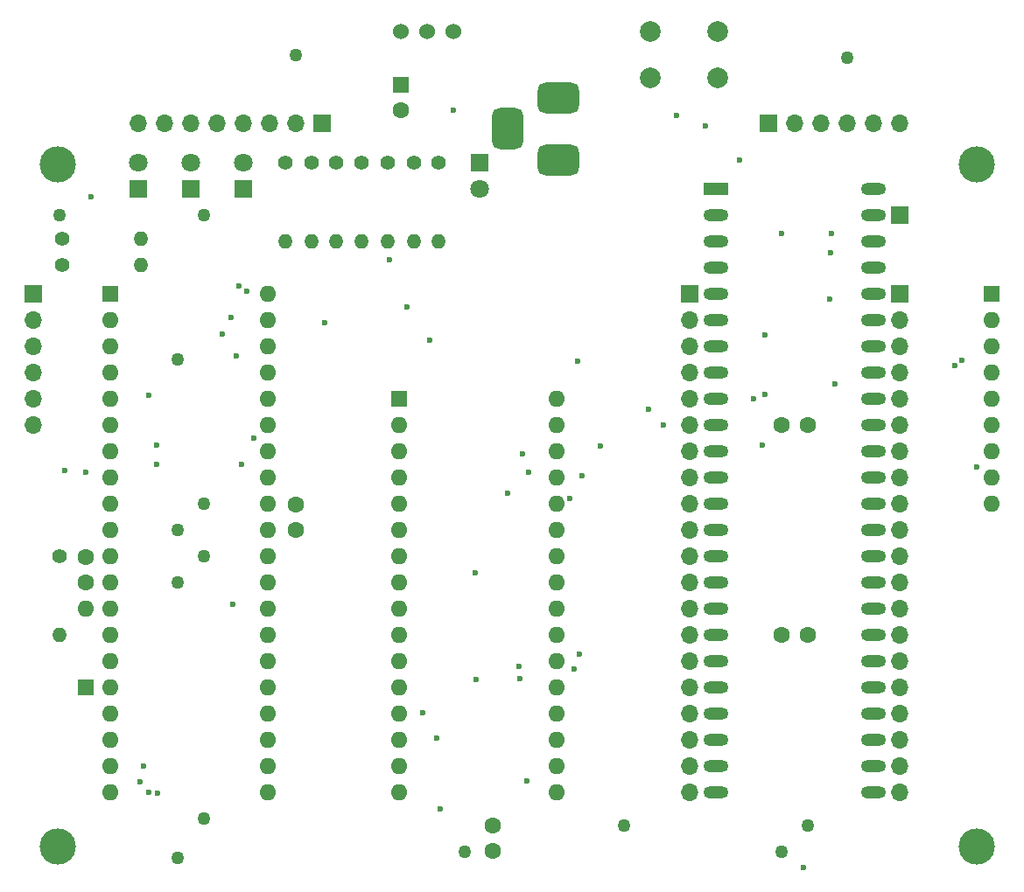
<source format=gbs>
G04 #@! TF.GenerationSoftware,KiCad,Pcbnew,(7.0.0)*
G04 #@! TF.CreationDate,2023-05-15T23:49:38+09:00*
G04 #@! TF.ProjectId,EMUPU_RAM40,454d5550-555f-4524-914d-34302e6b6963,003 (DIRECT)*
G04 #@! TF.SameCoordinates,PX55d4a80PY9043270*
G04 #@! TF.FileFunction,Soldermask,Bot*
G04 #@! TF.FilePolarity,Negative*
%FSLAX46Y46*%
G04 Gerber Fmt 4.6, Leading zero omitted, Abs format (unit mm)*
G04 Created by KiCad (PCBNEW (7.0.0)) date 2023-05-15 23:49:38*
%MOMM*%
%LPD*%
G01*
G04 APERTURE LIST*
G04 Aperture macros list*
%AMRoundRect*
0 Rectangle with rounded corners*
0 $1 Rounding radius*
0 $2 $3 $4 $5 $6 $7 $8 $9 X,Y pos of 4 corners*
0 Add a 4 corners polygon primitive as box body*
4,1,4,$2,$3,$4,$5,$6,$7,$8,$9,$2,$3,0*
0 Add four circle primitives for the rounded corners*
1,1,$1+$1,$2,$3*
1,1,$1+$1,$4,$5*
1,1,$1+$1,$6,$7*
1,1,$1+$1,$8,$9*
0 Add four rect primitives between the rounded corners*
20,1,$1+$1,$2,$3,$4,$5,0*
20,1,$1+$1,$4,$5,$6,$7,0*
20,1,$1+$1,$6,$7,$8,$9,0*
20,1,$1+$1,$8,$9,$2,$3,0*%
G04 Aperture macros list end*
%ADD10R,1.600000X1.600000*%
%ADD11O,1.600000X1.600000*%
%ADD12R,2.400000X1.200000*%
%ADD13O,2.400000X1.200000*%
%ADD14C,1.400000*%
%ADD15O,1.400000X1.400000*%
%ADD16R,1.700000X1.700000*%
%ADD17O,1.700000X1.700000*%
%ADD18RoundRect,0.750000X-1.250000X0.750000X-1.250000X-0.750000X1.250000X-0.750000X1.250000X0.750000X0*%
%ADD19RoundRect,0.750000X-0.750000X1.250000X-0.750000X-1.250000X0.750000X-1.250000X0.750000X1.250000X0*%
%ADD20C,3.500000*%
%ADD21C,1.524000*%
%ADD22R,1.800000X1.800000*%
%ADD23C,1.800000*%
%ADD24C,2.000000*%
%ADD25C,1.600000*%
%ADD26C,0.600000*%
%ADD27C,1.270000*%
G04 APERTURE END LIST*
D10*
X10159999Y57289999D03*
D11*
X10159999Y54749999D03*
X10159999Y52209999D03*
X10159999Y49669999D03*
X10159999Y47129999D03*
X10159999Y44589999D03*
X10159999Y42049999D03*
X10159999Y39509999D03*
X10159999Y36969999D03*
X10159999Y34429999D03*
X10159999Y31889999D03*
X10159999Y29349999D03*
X10159999Y26809999D03*
X10159999Y24269999D03*
X10159999Y21729999D03*
X10159999Y19189999D03*
X10159999Y16649999D03*
X10159999Y14109999D03*
X10159999Y11569999D03*
X10159999Y9029999D03*
X25399999Y9029999D03*
X25399999Y11569999D03*
X25399999Y14109999D03*
X25399999Y16649999D03*
X25399999Y19189999D03*
X25399999Y21729999D03*
X25399999Y24269999D03*
X25399999Y26809999D03*
X25399999Y29349999D03*
X25399999Y31889999D03*
X25399999Y34429999D03*
X25399999Y36969999D03*
X25399999Y39509999D03*
X25399999Y42049999D03*
X25399999Y44589999D03*
X25399999Y47129999D03*
X25399999Y49669999D03*
X25399999Y52209999D03*
X25399999Y54749999D03*
X25399999Y57289999D03*
D12*
X68749999Y67449999D03*
D13*
X68749999Y64909999D03*
X68749999Y62369999D03*
X68749999Y59829999D03*
X68749999Y57289999D03*
X68749999Y54749999D03*
X68749999Y52209999D03*
X68749999Y49669999D03*
X68749999Y47129999D03*
X68749999Y44589999D03*
X68749999Y42049999D03*
X68749999Y39509999D03*
X68749999Y36969999D03*
X68749999Y34429999D03*
X68749999Y31889999D03*
X68749999Y29349999D03*
X68749999Y26809999D03*
X68749999Y24269999D03*
X68749999Y21729999D03*
X68749999Y19189999D03*
X68749999Y16649999D03*
X68749999Y14109999D03*
X68749999Y11569999D03*
X68749999Y9029999D03*
X83989999Y9029999D03*
X83989999Y11569999D03*
X83989999Y14109999D03*
X83989999Y16649999D03*
X83989999Y19189999D03*
X83989999Y21729999D03*
X83989999Y24269999D03*
X83989999Y26809999D03*
X83989999Y29349999D03*
X83989999Y31889999D03*
X83989999Y34429999D03*
X83989999Y36969999D03*
X83989999Y39509999D03*
X83989999Y42049999D03*
X83989999Y44589999D03*
X83989999Y47129999D03*
X83989999Y49669999D03*
X83989999Y52209999D03*
X83989999Y54749999D03*
X83989999Y57289999D03*
X83989999Y59829999D03*
X83989999Y62369999D03*
X83989999Y64909999D03*
X83989999Y67449999D03*
D14*
X34460000Y69990000D03*
D15*
X34459999Y62369999D03*
D14*
X32047000Y69990000D03*
D15*
X32046999Y62369999D03*
D16*
X2709999Y57289999D03*
D17*
X2709999Y54749999D03*
X2709999Y52209999D03*
X2709999Y49669999D03*
X2709999Y47129999D03*
X2709999Y44589999D03*
D14*
X5504000Y60084000D03*
D15*
X13123999Y60083999D03*
D18*
X53510000Y70292000D03*
X53510000Y76292000D03*
D19*
X48610000Y73292000D03*
D16*
X86529999Y57289999D03*
D17*
X86529999Y54749999D03*
X86529999Y52209999D03*
X86529999Y49669999D03*
X86529999Y47129999D03*
X86529999Y44589999D03*
X86529999Y42049999D03*
X86529999Y39509999D03*
X86529999Y36969999D03*
X86529999Y34429999D03*
X86529999Y31889999D03*
X86529999Y29349999D03*
X86529999Y26809999D03*
X86529999Y24269999D03*
X86529999Y21729999D03*
X86529999Y19189999D03*
X86529999Y16649999D03*
X86529999Y14109999D03*
X86529999Y11569999D03*
X86529999Y9029999D03*
D14*
X27094000Y69990000D03*
D15*
X27093999Y62369999D03*
D20*
X93980000Y69850000D03*
D14*
X37000000Y69990000D03*
D15*
X36999999Y62369999D03*
D21*
X38270000Y82690000D03*
X40810000Y82690000D03*
X43350000Y82690000D03*
D14*
X41953000Y69990000D03*
D15*
X41952999Y62369999D03*
D16*
X86529999Y64909999D03*
D22*
X23029999Y67449999D03*
D23*
X23030000Y69990000D03*
D14*
X39540000Y69990000D03*
D15*
X39539999Y62369999D03*
D14*
X29634000Y69990000D03*
D15*
X29633999Y62369999D03*
D20*
X5080000Y3835400D03*
D16*
X66209999Y57289999D03*
D17*
X66209999Y54749999D03*
X66209999Y52209999D03*
X66209999Y49669999D03*
X66209999Y47129999D03*
X66209999Y44589999D03*
X66209999Y42049999D03*
X66209999Y39509999D03*
X66209999Y36969999D03*
X66209999Y34429999D03*
X66209999Y31889999D03*
X66209999Y29349999D03*
X66209999Y26809999D03*
X66209999Y24269999D03*
X66209999Y21729999D03*
X66209999Y19189999D03*
X66209999Y16649999D03*
X66209999Y14109999D03*
X66209999Y11569999D03*
X66209999Y9029999D03*
D10*
X7789999Y19189999D03*
D11*
X7789999Y26809999D03*
D24*
X62400000Y82690000D03*
X68900000Y82690000D03*
X62400000Y78190000D03*
X68900000Y78190000D03*
D17*
X86529999Y73799999D03*
X83989999Y73799999D03*
X81449999Y73799999D03*
X78909999Y73799999D03*
X76369999Y73799999D03*
D16*
X73829999Y73799999D03*
D17*
X12869999Y73799999D03*
X15409999Y73799999D03*
X17949999Y73799999D03*
X20489999Y73799999D03*
X23029999Y73799999D03*
X25569999Y73799999D03*
X28109999Y73799999D03*
D16*
X30649999Y73799999D03*
D25*
X77640000Y24270000D03*
X75140000Y24270000D03*
D10*
X38099999Y47129999D03*
D11*
X38099999Y44589999D03*
X38099999Y42049999D03*
X38099999Y39509999D03*
X38099999Y36969999D03*
X38099999Y34429999D03*
X38099999Y31889999D03*
X38099999Y29349999D03*
X38099999Y26809999D03*
X38099999Y24269999D03*
X38099999Y21729999D03*
X38099999Y19189999D03*
X38099999Y16649999D03*
X38099999Y14109999D03*
X38099999Y11569999D03*
X38099999Y9029999D03*
X53339999Y9029999D03*
X53339999Y11569999D03*
X53339999Y14109999D03*
X53339999Y16649999D03*
X53339999Y19189999D03*
X53339999Y21729999D03*
X53339999Y24269999D03*
X53339999Y26809999D03*
X53339999Y29349999D03*
X53339999Y31889999D03*
X53339999Y34429999D03*
X53339999Y36969999D03*
X53339999Y39509999D03*
X53339999Y42049999D03*
X53339999Y44589999D03*
X53339999Y47129999D03*
D25*
X7790000Y31870000D03*
X7790000Y29370000D03*
X28110000Y36930000D03*
X28110000Y34430000D03*
D10*
X38269999Y77569999D03*
D25*
X38270000Y75070000D03*
D22*
X17949999Y67449999D03*
D23*
X17950000Y69990000D03*
D22*
X45889999Y69989999D03*
D23*
X45890000Y67450000D03*
D14*
X5504000Y62624000D03*
D15*
X13123999Y62623999D03*
D14*
X5250000Y31890000D03*
D15*
X5249999Y24269999D03*
D22*
X12869999Y67449999D03*
D23*
X12870000Y69990000D03*
D20*
X93980000Y3810000D03*
X5080000Y69850000D03*
D25*
X77640000Y44590000D03*
X75140000Y44590000D03*
X47160000Y5855000D03*
X47160000Y3355000D03*
D10*
X95419999Y57289999D03*
D11*
X95419999Y54749999D03*
X95419999Y52209999D03*
X95419999Y49669999D03*
X95419999Y47129999D03*
X95419999Y44589999D03*
X95419999Y42049999D03*
X95419999Y39509999D03*
X95419999Y36969999D03*
D26*
X23411000Y57544000D03*
X55415000Y50813000D03*
X30904000Y54496000D03*
X62273000Y46114000D03*
X14648000Y40780000D03*
X22903000Y40780000D03*
X24046000Y43320000D03*
X41064000Y52845000D03*
X38905000Y56020000D03*
X21852202Y55004276D03*
X14614400Y42685000D03*
X7790000Y40018000D03*
X8298000Y66688000D03*
X63670000Y44590000D03*
D27*
X5250000Y64910000D03*
X77640000Y5855000D03*
X19220000Y64910000D03*
X19220000Y31890000D03*
X19220000Y6490000D03*
X59860000Y5855000D03*
X81450000Y80150000D03*
X28110000Y80404000D03*
X19220000Y36970000D03*
D26*
X64940000Y74562000D03*
X43350000Y75070000D03*
D27*
X16680000Y50940000D03*
X16680000Y29350000D03*
X16680000Y2680000D03*
X16680000Y34430000D03*
D26*
X79926000Y63132000D03*
X75140000Y63132000D03*
D27*
X44480000Y3315000D03*
X75100000Y3315000D03*
D26*
X20986000Y53397600D03*
X50604000Y40045000D03*
X57574000Y42558000D03*
X37203000Y60659100D03*
X92543000Y50880000D03*
X14708000Y8949000D03*
X73479000Y53338900D03*
X71023873Y70231873D03*
X22019000Y27293000D03*
X13078000Y10051000D03*
X80313000Y48634000D03*
X55805000Y39738000D03*
X54618000Y37527000D03*
X41737500Y14275500D03*
X55010000Y20956000D03*
X40382000Y16794000D03*
X55588000Y22441000D03*
X42102000Y7442000D03*
X73281000Y42657000D03*
X72388000Y47128000D03*
X45440500Y30307500D03*
X73467000Y47584000D03*
X93972000Y40526800D03*
X79774600Y56815500D03*
X22649000Y58052000D03*
X67724628Y73538011D03*
X77186000Y1762000D03*
X13906000Y9069000D03*
X79877000Y61283200D03*
X91906000Y50369000D03*
X50446000Y10157000D03*
X48590000Y38033000D03*
X45557427Y19951676D03*
X49700000Y21229500D03*
X49755200Y20088100D03*
X50081100Y41822800D03*
X13886000Y47511000D03*
X22333100Y51279300D03*
X5744500Y40232100D03*
X13387000Y11623000D03*
M02*

</source>
